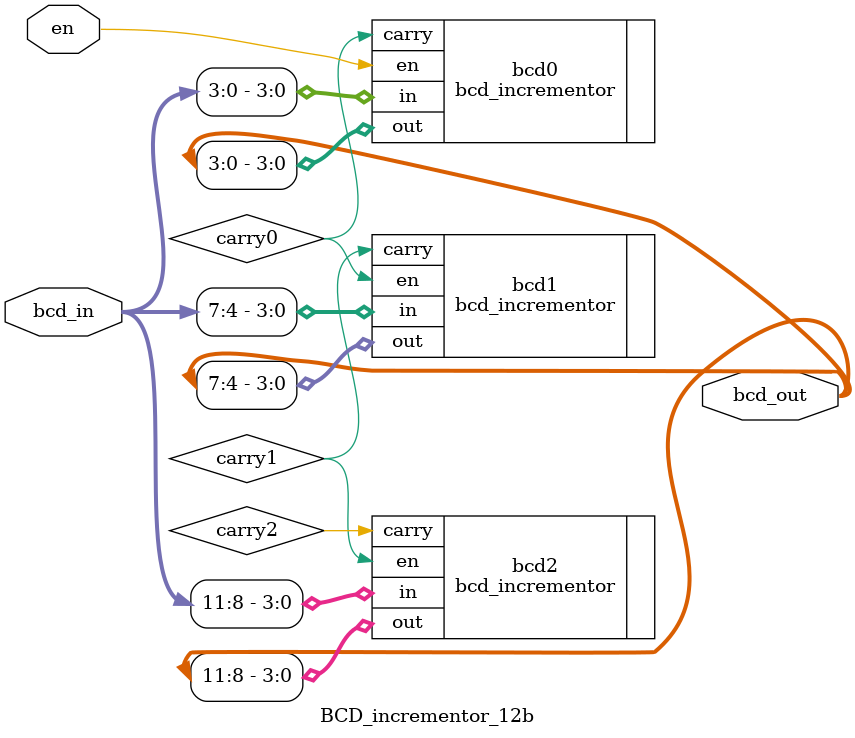
<source format=v>
`timescale 1ns / 1ps


module BCD_incrementor_12b(
    input [11:0] bcd_in,
    input en,
    output [11:0] bcd_out
    );
    
    wire carry0, carry1, carry2;
    
    bcd_incrementor bcd0(.in(bcd_in[3:0]), .en(en), .carry(carry0), .out(bcd_out[3:0]));
    bcd_incrementor bcd1(.in(bcd_in[7:4]), .en(carry0), .carry(carry1), .out(bcd_out[7:4]));
    bcd_incrementor bcd2(.in(bcd_in[11:8]), .en(carry1), .carry(carry2), .out(bcd_out[11:8]));
    
endmodule

</source>
